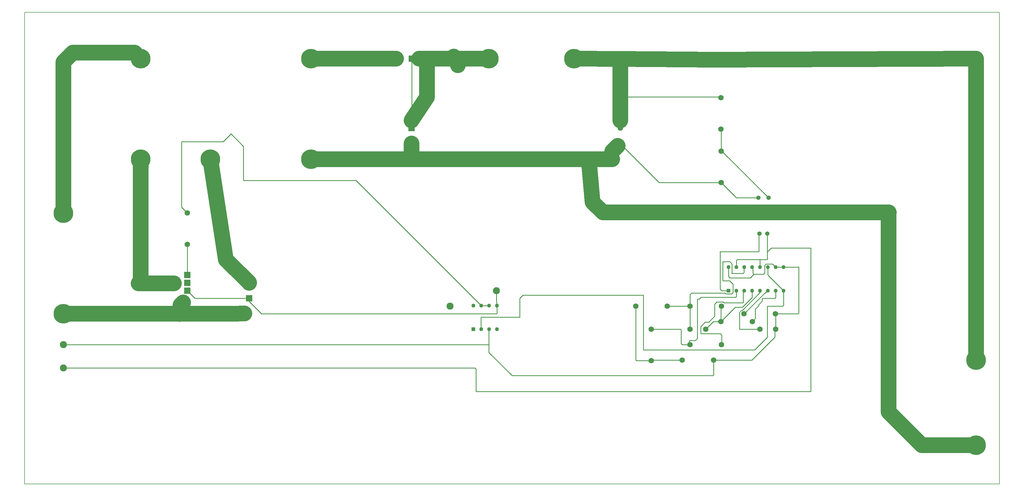
<source format=gbr>
G04 PROTEUS GERBER X2 FILE*
%TF.GenerationSoftware,Labcenter,Proteus,8.7-SP3-Build25561*%
%TF.CreationDate,2020-06-23T21:11:53+00:00*%
%TF.FileFunction,Copper,L2,Bot*%
%TF.FilePolarity,Positive*%
%TF.Part,Single*%
%TF.SameCoordinates,{43e51975-e15d-4f1a-9cd5-5ad722afc605}*%
%FSLAX45Y45*%
%MOMM*%
G01*
%TA.AperFunction,NonConductor*%
%ADD18C,0.254000*%
%ADD19C,5.080000*%
%TA.AperFunction,Conductor*%
%ADD70C,0.254000*%
%ADD71C,5.080000*%
%TA.AperFunction,ComponentPad*%
%ADD10R,2.032000X2.032000*%
%TA.AperFunction,OtherPad,Unknown*%
%ADD11C,6.350000*%
%TA.AperFunction,ComponentPad*%
%ADD12C,1.778000*%
%TA.AperFunction,ComponentPad*%
%ADD13C,1.422400*%
%TA.AperFunction,ComponentPad*%
%ADD14R,1.270000X1.270000*%
%ADD15C,1.270000*%
%TA.AperFunction,OtherPad,Unknown*%
%ADD16C,2.286000*%
%TA.AperFunction,Profile*%
%ADD17C,0.203200*%
%TD.AperFunction*%
D18*
X-12000000Y+7750000D02*
X-12250000Y+8000000D01*
D19*
X-14750000Y+6250000D02*
X-14750000Y+11139631D01*
X-14446503Y+11443128D01*
X-12443128Y+11443128D01*
X-12250000Y+11250000D01*
D70*
X-8750000Y+3500000D02*
X-10500000Y+3500000D01*
X-10746000Y+3746000D01*
X-10736031Y+3746000D01*
D19*
X-14750000Y+3000000D02*
X-11500000Y+3000000D01*
D71*
X-8750000Y+4008000D02*
X-8750000Y+4000000D01*
D19*
X-12250000Y+8000000D02*
X-12250000Y+4047031D01*
X-12316907Y+3980124D01*
X-11177835Y+3980124D01*
D70*
X-3250000Y+11250000D02*
X-3492000Y+11250000D01*
D71*
X-2000000Y+11035616D02*
X-2000000Y+11250000D01*
D70*
X-2000000Y+11035616D02*
X-2184692Y+11220308D01*
D71*
X-2000000Y+11250000D02*
X-2065139Y+11250000D01*
X-2131250Y+11316111D01*
X-2065139Y+11250000D02*
X-3250000Y+11250000D01*
X-1000000Y+11250000D02*
X-2000000Y+11250000D01*
X-3500000Y+8492000D02*
X-3500000Y+8500000D01*
D70*
X-3492000Y+9008000D02*
X-3500000Y+9000000D01*
D71*
X-3000000Y+11000000D02*
X-3000000Y+10000000D01*
X-3492000Y+9262000D01*
X-3500000Y+9250000D01*
D70*
X-3492000Y+9257687D01*
X-3243230Y+9496728D01*
X-3492000Y+9008000D02*
X-3492000Y+9257687D01*
X-3492000Y+9262000D01*
X-3492000Y+11250000D01*
D71*
X-6750000Y+8000000D02*
X-3500000Y+8000000D01*
X-3500000Y+8492000D01*
D70*
X+2992036Y+8000000D02*
X+2992036Y+8250000D01*
X+3008000Y+8250000D01*
X+3250000Y+8492000D01*
D71*
X+2992036Y+8250000D02*
X+3169351Y+8427315D01*
X+2992036Y+8000000D02*
X+2750000Y+8000000D01*
D70*
X+2963473Y+7786527D01*
X+2750000Y+8000000D01*
D71*
X+14750000Y+1500000D02*
X+14750000Y+11250000D01*
X+6249056Y+11212187D01*
D70*
X+6508000Y+8258000D02*
X+6508000Y+8960000D01*
X+6500000Y+8968000D01*
X+6508000Y+7242000D02*
X+4500000Y+7242000D01*
X+3250000Y+8492000D01*
X+8039000Y+6750000D02*
X+6531000Y+8258000D01*
X+6508000Y+8258000D01*
X+7709000Y+6750000D02*
X+7000000Y+6750000D01*
X+6508000Y+7242000D01*
X+8528000Y+4512000D02*
X+8274000Y+4512000D01*
X+7750000Y+4750000D02*
X+7023466Y+4750000D01*
X+7001733Y+4728267D01*
X+7001733Y+4514267D01*
X+7004000Y+4512000D01*
X+7766000Y+4512000D02*
X+7766000Y+4734000D01*
X+7750000Y+4750000D01*
X+7569118Y+4279052D02*
X+7537991Y+4310179D01*
X+8274000Y+4512000D02*
X+8172432Y+4613568D01*
X+7965889Y+4613568D01*
X+7918389Y+4566068D01*
X+7918389Y+4323274D01*
X+7874167Y+4279052D01*
X+7569118Y+4279052D01*
X+7537991Y+4310179D02*
X+7537991Y+4486009D01*
X+7512000Y+4512000D01*
X+6750000Y+3750000D02*
X+6527386Y+3750000D01*
X+6478791Y+3798595D01*
X+6478791Y+4998039D01*
X+6470491Y+5006339D01*
X+7723889Y+5006339D01*
X+7732190Y+5014640D01*
X+7732190Y+5572190D01*
X+7748000Y+5588000D01*
X+8528000Y+3750000D02*
X+8020000Y+4258000D01*
X+8020000Y+4512000D01*
X+8274000Y+2500000D02*
X+8274000Y+2992000D01*
X+8266000Y+3000000D01*
X+7250000Y+3000000D02*
X+8000000Y+3750000D01*
X+8020000Y+3750000D01*
X+7569118Y+4279052D02*
X+7448748Y+4158682D01*
X+7387921Y+4158682D01*
X+6792566Y+4158682D01*
X+6781438Y+4169810D01*
X+6750000Y+4201248D01*
X+6750000Y+4512000D01*
X+6500000Y+2750000D02*
X+6500000Y+3234000D01*
X+6516000Y+3250000D01*
X+6008000Y+2500000D02*
X+6258000Y+2750000D01*
X+6500000Y+2750000D01*
X+5500000Y+2500000D02*
X+5500000Y+3250000D01*
X+7766000Y+2500000D02*
X+7105530Y+2500000D01*
X+7105530Y+3051901D01*
X+7168246Y+3114617D01*
X+7193333Y+3114617D01*
X+7766000Y+3687284D01*
X+7766000Y+3750000D01*
X+6500000Y+2750000D02*
X+6964962Y+3214962D01*
X+7199604Y+3214962D01*
X+7512000Y+3527358D01*
X+7512000Y+3750000D01*
X+5500000Y+3250000D02*
X+5500000Y+3622616D01*
X+5543902Y+3666518D01*
X+6641431Y+3666518D01*
X+6666517Y+3641432D01*
X+6848395Y+3641432D01*
X+6892296Y+3685333D01*
X+6892296Y+3961284D01*
X+6817037Y+4036543D01*
X+6785679Y+4067901D01*
X+6559901Y+4067901D01*
X+6559901Y+4676246D01*
X+6553629Y+4682518D01*
X+6785679Y+4682518D01*
X+6860938Y+4607259D01*
X+6860938Y+4318765D01*
X+6848395Y+4306222D01*
X+7218419Y+4306222D01*
X+7249777Y+4337580D01*
X+7249777Y+4503777D01*
X+7258000Y+4512000D01*
X+7258000Y+3750000D02*
X+7218419Y+3710419D01*
X+7218419Y+3503456D01*
X+7218419Y+3365480D01*
X+7212148Y+3359209D01*
X+6591259Y+3359209D01*
X+6572444Y+3378024D01*
X+6365481Y+3378024D01*
X+6302765Y+3315308D01*
X+6302765Y+2926469D01*
X+6108345Y+2732049D01*
X+5989186Y+2732049D01*
X+5863754Y+2606617D01*
X+5851210Y+2594073D01*
X+5851210Y+2355754D01*
X+6484641Y+2355754D01*
X+6528543Y+2311852D01*
X+6528543Y+2012543D01*
X+6516000Y+2000000D01*
X+6266000Y+1500000D02*
X+7500000Y+1500000D01*
X+8250000Y+2250000D01*
X+8250000Y+2476000D01*
X+8274000Y+2500000D01*
X+5250000Y+1500000D02*
X+4266000Y+1500000D01*
X+4250000Y+1484000D01*
X+4250000Y+2500000D02*
X+5192693Y+2500000D01*
X+5211507Y+2481186D01*
X+5211507Y+2038493D01*
X+5250000Y+2000000D01*
X+5449828Y+2000000D01*
X+5474914Y+2025086D01*
X+5500000Y+2000000D01*
X+7004000Y+3750000D02*
X+7004000Y+3558716D01*
X+6980098Y+3534814D01*
X+5857482Y+3534814D01*
X+5801038Y+3478370D01*
X+5750864Y+3478370D01*
X+5738321Y+3465827D01*
X+5738321Y+2198963D01*
X+5675605Y+2136247D01*
X+5493728Y+2136247D01*
X+5474914Y+2117433D01*
X+5474914Y+2025086D01*
X+4250000Y+1484000D02*
X+3766000Y+1484000D01*
X+3750000Y+1500000D01*
X+3750000Y+3250000D01*
X+4766000Y+3250000D02*
X+5500000Y+3250000D01*
X+8266000Y+3000000D02*
X+8994343Y+3000000D01*
X+9013434Y+3019091D01*
X+9013434Y+4520000D01*
X+9005434Y+4512000D01*
X+8528000Y+4512000D01*
X+8274000Y+3750000D02*
X+8274000Y+3524000D01*
X+8250000Y+3500000D01*
X+7852325Y+3500000D01*
X+7828957Y+3476632D01*
X+7828957Y+3403939D01*
X+7717778Y+3292760D01*
X+7717778Y+3258552D01*
X+7610876Y+3151650D01*
X+7610876Y+2844876D01*
X+7516000Y+2750000D01*
X+8528000Y+3750000D02*
X+8528000Y+3278000D01*
X+8500000Y+3250000D01*
X+8000000Y+3250000D01*
X+8000000Y+2238000D01*
X+7911334Y+2149334D01*
X+7593834Y+1831834D01*
X+3995500Y+1831834D01*
X+3995500Y+3599250D01*
X+99250Y+3599250D01*
X+0Y+3500000D01*
X+0Y+2895751D01*
X+5584Y+2890167D01*
X-1243250Y+2890167D01*
X-1253833Y+2879584D01*
X-1253833Y+2507833D01*
X-1246000Y+2500000D01*
X-1246000Y+3262000D02*
X-992000Y+3262000D01*
X-10742000Y+5242000D02*
X-10742000Y+4258000D01*
X-10746000Y+4254000D01*
X-1246000Y+3262000D02*
X-5294897Y+7310897D01*
X-8929500Y+7310897D01*
X-8929500Y+8413793D01*
X-9330552Y+8814845D01*
X-9581210Y+8564187D01*
X-10934763Y+8564187D01*
X-10934763Y+6450763D01*
X-10742000Y+6258000D01*
X-738000Y+3262000D02*
X-738000Y+3012000D01*
X-750000Y+3000000D01*
X-8351433Y+3000000D01*
X-8750000Y+3398567D01*
X-8750000Y+3500000D01*
D71*
X-3500000Y+8000000D02*
X+2250000Y+8000000D01*
X+2750000Y+8000000D01*
X+14750000Y-1250000D02*
X+13000000Y-1250000D01*
X+11924893Y-174893D01*
X+11924893Y+6273264D01*
X+11928990Y+6277361D01*
X+2689104Y+6277361D01*
X+2357037Y+6609428D01*
X+2250000Y+7750000D01*
D70*
X+2250000Y+8000000D01*
X+7750000Y+4750000D02*
X+8000000Y+4750000D01*
X+8000000Y+5000000D01*
X+8000000Y+5586000D01*
X+8002000Y+5588000D01*
X-14750000Y+2000000D02*
X-1000000Y+2000000D01*
X+6266000Y+1500000D02*
X+6266000Y+1016000D01*
X+6250000Y+1000000D01*
X-250000Y+1000000D01*
X-1000000Y+1750000D01*
X-1000000Y+2000000D01*
X-1000000Y+2492000D01*
X-992000Y+2500000D01*
X-14750000Y+1250000D02*
X-1449208Y+1250000D01*
X-1413393Y+1214185D01*
X-1413393Y+488472D01*
X+9402140Y+488472D01*
X+9409189Y+495521D01*
X+9409189Y+5129304D01*
X+8129304Y+5129304D01*
X+8000000Y+5000000D01*
D71*
X+3249901Y+11238877D02*
X+6249056Y+11212187D01*
X+3249901Y+11238877D02*
X+3250000Y+9250000D01*
D18*
X-11000000Y+2750000D02*
X-11500000Y+3000000D01*
X-10750000Y+3500000D02*
X-10882682Y+3367312D01*
D19*
X-10966846Y+3283154D01*
X-10966846Y+3274111D01*
X-10966846Y+3091749D01*
X-11058595Y+3000000D01*
X-11500000Y+3000000D02*
X-11058595Y+3000000D01*
X-9250000Y+3000000D01*
X-8900078Y+3013351D01*
D70*
X-750000Y+3750000D02*
X-750000Y+3423852D01*
X-738000Y+3262000D01*
D71*
X+1750000Y+11250000D02*
X+3249901Y+11238877D01*
D70*
X+3250000Y+9000000D02*
X+3250000Y+9250000D01*
X+3250000Y+9795644D01*
X+3462356Y+10008000D01*
X+6476000Y+10008000D01*
X+6500000Y+9984000D01*
D71*
X-10000000Y+8000000D02*
X-9500000Y+4750000D01*
X-8750000Y+4008000D01*
X-6750000Y+11250000D02*
X-4000000Y+11250000D01*
D10*
X-10746000Y+4254000D03*
X-10746000Y+4000000D03*
X-10746000Y+3746000D03*
D11*
X-14750000Y+6250000D03*
X-14750000Y+3000000D03*
X+14750000Y+1500000D03*
X-12250000Y+11250000D03*
X-12250000Y+8000000D03*
X-10000000Y+8000000D03*
D10*
X-8750000Y+4008000D03*
X-8750000Y+3500000D03*
D11*
X-6750000Y+11250000D03*
X-6750000Y+8000000D03*
D10*
X-4000000Y+11250000D03*
X-3492000Y+11250000D03*
X-3500000Y+8492000D03*
X-3500000Y+9000000D03*
D11*
X-1000000Y+11250000D03*
D12*
X+3250000Y+8492000D03*
X+3250000Y+9000000D03*
D11*
X+14750000Y-1250000D03*
D12*
X+6500000Y+8968000D03*
X+6500000Y+9984000D03*
X+6508000Y+7242000D03*
X+6508000Y+8258000D03*
D13*
X+7748000Y+5588000D03*
X+8002000Y+5588000D03*
X+7709000Y+6750000D03*
X+8039000Y+6750000D03*
D14*
X+6750000Y+3750000D03*
D15*
X+7004000Y+3750000D03*
X+7258000Y+3750000D03*
X+7512000Y+3750000D03*
X+7766000Y+3750000D03*
X+8020000Y+3750000D03*
X+8274000Y+3750000D03*
X+8528000Y+3750000D03*
X+8528000Y+4512000D03*
X+8274000Y+4512000D03*
X+8020000Y+4512000D03*
X+7766000Y+4512000D03*
X+7512000Y+4512000D03*
X+7258000Y+4512000D03*
X+7004000Y+4512000D03*
X+6750000Y+4512000D03*
D12*
X+8274000Y+2500000D03*
X+7766000Y+2500000D03*
X+8266000Y+3000000D03*
X+7250000Y+3000000D03*
X+5500000Y+3250000D03*
X+6516000Y+3250000D03*
X+6500000Y+2750000D03*
X+7516000Y+2750000D03*
X+5500000Y+2500000D03*
X+6008000Y+2500000D03*
X+3750000Y+3250000D03*
X+4766000Y+3250000D03*
X+6266000Y+1500000D03*
X+5250000Y+1500000D03*
X+4250000Y+2500000D03*
X+4250000Y+1484000D03*
X+5500000Y+2000000D03*
X+6516000Y+2000000D03*
D14*
X-1500000Y+2500000D03*
D15*
X-1246000Y+2500000D03*
X-992000Y+2500000D03*
X-738000Y+2500000D03*
X-738000Y+3262000D03*
X-992000Y+3262000D03*
X-1246000Y+3262000D03*
X-1500000Y+3262000D03*
D12*
X-10742000Y+6258000D03*
X-10742000Y+5242000D03*
D16*
X-14750000Y+2000000D03*
X-14750000Y+1250000D03*
X-750000Y+3750000D03*
X-2250000Y+3250000D03*
D11*
X+1750000Y+11250000D03*
D17*
X-16000000Y-2500000D02*
X+15500000Y-2500000D01*
X+15500000Y+12750000D01*
X-16000000Y+12750000D01*
X-16000000Y-2500000D01*
M02*

</source>
